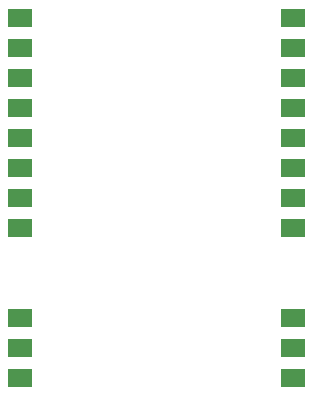
<source format=gbp>
G04 #@! TF.GenerationSoftware,KiCad,Pcbnew,7.0.11-2.fc39*
G04 #@! TF.CreationDate,2024-03-24T03:41:49+08:00*
G04 #@! TF.ProjectId,ikoka-nano-meshtastic-device,696b6f6b-612d-46e6-916e-6f2d6d657368,1.1*
G04 #@! TF.SameCoordinates,Original*
G04 #@! TF.FileFunction,Paste,Bot*
G04 #@! TF.FilePolarity,Positive*
%FSLAX46Y46*%
G04 Gerber Fmt 4.6, Leading zero omitted, Abs format (unit mm)*
G04 Created by KiCad (PCBNEW 7.0.11-2.fc39) date 2024-03-24 03:41:49*
%MOMM*%
%LPD*%
G01*
G04 APERTURE LIST*
%ADD10R,2.080000X1.510000*%
G04 APERTURE END LIST*
D10*
X140825000Y-115420000D03*
X140825000Y-112880000D03*
X140825000Y-110340000D03*
X140825000Y-102740000D03*
X140825000Y-100200000D03*
X140825000Y-97660000D03*
X140825000Y-95120000D03*
X140825000Y-92580000D03*
X140825000Y-90040000D03*
X140825000Y-87500000D03*
X140825000Y-84960000D03*
X163975000Y-84960000D03*
X163975000Y-87500000D03*
X163975000Y-90040000D03*
X163975000Y-92580000D03*
X163975000Y-95120000D03*
X163975000Y-97660000D03*
X163975000Y-100200000D03*
X163975000Y-102740000D03*
X163975000Y-110340000D03*
X163975000Y-112880000D03*
X163975000Y-115420000D03*
M02*

</source>
